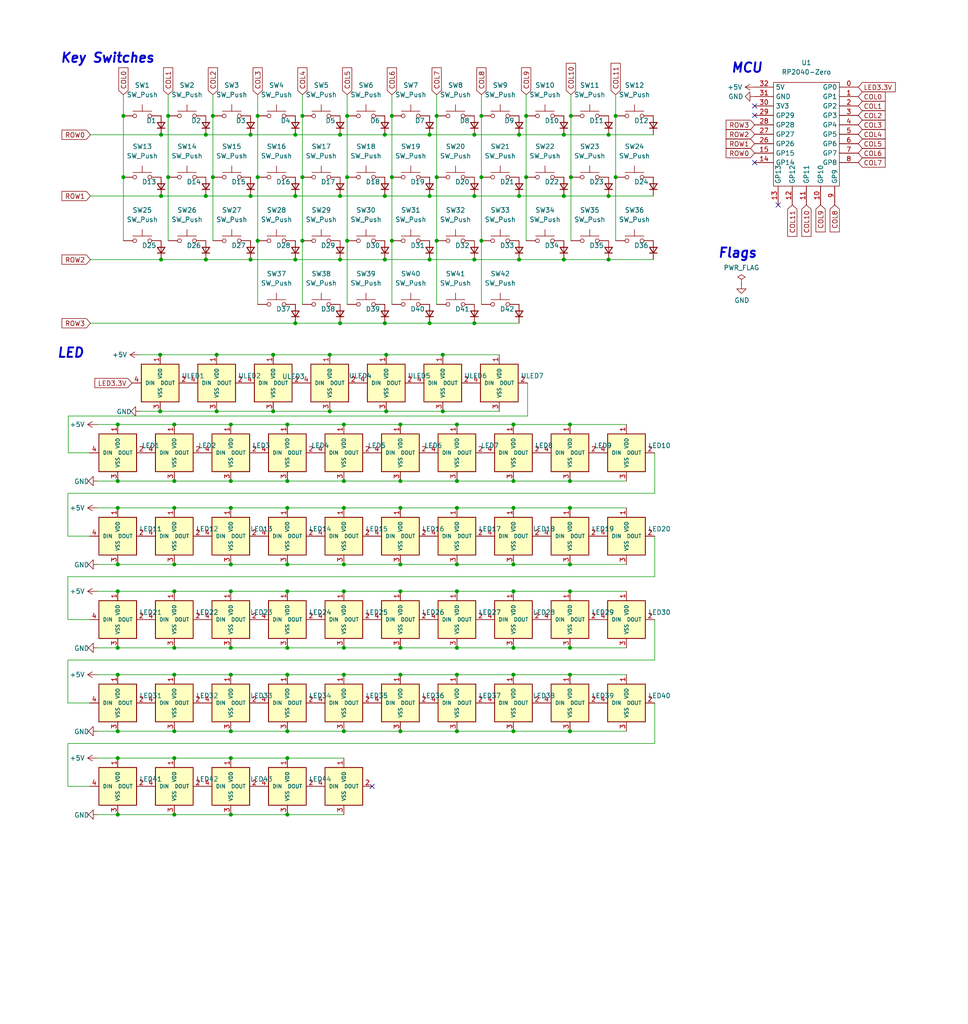
<source format=kicad_sch>
(kicad_sch (version 20231120) (generator "eeschema") (generator_version "8.0")
  (paper "User" 260.985 275.996)
  (junction (at 43.434 52.832))
  (junction (at 67.564 52.832))
  (junction (at 123.19 174.625))
  (junction (at 92.71 159.385))
  (junction (at 115.824 69.977))
  (junction (at 119.38 95.631))
  (junction (at 69.469 64.897))
  (junction (at 123.19 181.864))
  (junction (at 138.43 152.146))
  (junction (at 103.759 52.832))
  (junction (at 138.43 136.906))
  (junction (at 77.47 159.385))
  (junction (at 62.23 136.906))
  (junction (at 79.629 87.122))
  (junction (at 73.66 95.631))
  (junction (at 62.23 219.583))
  (junction (at 138.43 181.864))
  (junction (at 92.71 181.864))
  (junction (at 141.859 47.752))
  (junction (at 43.18 110.871))
  (junction (at 43.18 95.631))
  (junction (at 77.47 174.625))
  (junction (at 127.889 36.322))
  (junction (at 79.629 36.322))
  (junction (at 31.75 159.385))
  (junction (at 31.75 136.906))
  (junction (at 123.19 197.104))
  (junction (at 92.71 129.667))
  (junction (at 46.99 129.667))
  (junction (at 33.274 31.242))
  (junction (at 92.71 197.104))
  (junction (at 164.084 52.832))
  (junction (at 46.99 181.864))
  (junction (at 62.23 197.104))
  (junction (at 93.599 47.752))
  (junction (at 46.99 114.427))
  (junction (at 81.534 64.897))
  (junction (at 152.019 52.832))
  (junction (at 62.23 181.864))
  (junction (at 77.47 152.146))
  (junction (at 43.434 36.322))
  (junction (at 153.67 114.427))
  (junction (at 123.19 152.146))
  (junction (at 127.889 87.122))
  (junction (at 31.75 219.583))
  (junction (at 153.67 129.667))
  (junction (at 46.99 136.906))
  (junction (at 123.19 129.667))
  (junction (at 57.404 31.242))
  (junction (at 153.924 47.752))
  (junction (at 77.47 204.343))
  (junction (at 127.889 69.977))
  (junction (at 91.694 52.832))
  (junction (at 152.019 69.977))
  (junction (at 123.19 159.385))
  (junction (at 153.67 136.906))
  (junction (at 107.95 181.864))
  (junction (at 139.954 52.832))
  (junction (at 79.629 69.977))
  (junction (at 104.14 95.631))
  (junction (at 91.694 69.977))
  (junction (at 55.499 69.977))
  (junction (at 104.14 110.871))
  (junction (at 153.67 197.104))
  (junction (at 69.469 31.242))
  (junction (at 138.43 197.104))
  (junction (at 77.47 129.667))
  (junction (at 92.71 136.906))
  (junction (at 62.23 114.427))
  (junction (at 77.47 114.427))
  (junction (at 127.889 52.832))
  (junction (at 115.824 52.832))
  (junction (at 105.664 64.897))
  (junction (at 138.43 129.667))
  (junction (at 103.759 87.122))
  (junction (at 138.43 114.427))
  (junction (at 107.95 159.385))
  (junction (at 107.95 136.906))
  (junction (at 77.47 197.104))
  (junction (at 31.75 181.864))
  (junction (at 164.084 36.322))
  (junction (at 103.759 36.322))
  (junction (at 117.729 31.242))
  (junction (at 107.95 174.625))
  (junction (at 117.729 64.897))
  (junction (at 105.664 31.242))
  (junction (at 93.599 31.242))
  (junction (at 62.23 174.625))
  (junction (at 31.75 174.625))
  (junction (at 165.989 31.242))
  (junction (at 152.019 36.322))
  (junction (at 77.47 136.906))
  (junction (at 46.99 159.385))
  (junction (at 45.339 31.242))
  (junction (at 88.9 110.871))
  (junction (at 62.23 159.385))
  (junction (at 105.664 47.752))
  (junction (at 92.71 174.625))
  (junction (at 46.99 204.343))
  (junction (at 46.99 219.583))
  (junction (at 153.924 31.242))
  (junction (at 62.23 152.146))
  (junction (at 129.794 64.897))
  (junction (at 33.274 47.752))
  (junction (at 164.084 69.977))
  (junction (at 46.99 174.625))
  (junction (at 119.38 110.871))
  (junction (at 31.75 152.146))
  (junction (at 107.95 152.146))
  (junction (at 115.824 87.122))
  (junction (at 31.75 197.104))
  (junction (at 57.404 47.752))
  (junction (at 73.66 110.871))
  (junction (at 138.43 174.625))
  (junction (at 43.434 69.977))
  (junction (at 55.499 52.832))
  (junction (at 141.859 31.242))
  (junction (at 93.599 64.897))
  (junction (at 115.824 36.322))
  (junction (at 91.694 87.122))
  (junction (at 107.95 114.427))
  (junction (at 153.67 152.146))
  (junction (at 62.23 204.343))
  (junction (at 92.71 114.427))
  (junction (at 77.47 219.583))
  (junction (at 103.759 69.977))
  (junction (at 31.75 114.427))
  (junction (at 153.67 159.385))
  (junction (at 153.67 181.864))
  (junction (at 139.954 36.322))
  (junction (at 91.694 36.322))
  (junction (at 67.564 69.977))
  (junction (at 153.67 174.625))
  (junction (at 107.95 129.667))
  (junction (at 55.499 36.322))
  (junction (at 139.954 69.977))
  (junction (at 138.43 159.385))
  (junction (at 79.629 52.832))
  (junction (at 92.71 152.146))
  (junction (at 58.42 95.631))
  (junction (at 69.469 47.752))
  (junction (at 46.99 152.146))
  (junction (at 45.339 47.752))
  (junction (at 107.95 197.104))
  (junction (at 62.23 129.667))
  (junction (at 31.75 204.343))
  (junction (at 77.47 181.864))
  (junction (at 123.19 136.906))
  (junction (at 123.19 114.427))
  (junction (at 165.989 47.752))
  (junction (at 81.534 31.242))
  (junction (at 58.42 110.871))
  (junction (at 46.99 197.104))
  (junction (at 81.534 47.752))
  (junction (at 31.75 129.667))
  (junction (at 129.794 31.242))
  (junction (at 67.564 36.322))
  (junction (at 117.729 47.752))
  (junction (at 88.9 95.631))
  (junction (at 129.794 47.752))
  (no_connect (at 203.454 28.575))
  (no_connect (at 100.33 211.963))
  (no_connect (at 203.454 43.815))
  (no_connect (at 203.454 31.115))
  (no_connect (at 209.804 55.245))
  (wire (pts (xy 62.23 204.343) (xy 77.47 204.343)))
  (wire (pts (xy 129.794 47.752) (xy 129.794 64.897)))
  (wire (pts (xy 153.67 114.427) (xy 168.91 114.427)))
  (wire (pts (xy 141.859 31.242) (xy 141.859 47.752)))
  (wire (pts (xy 43.434 36.322) (xy 55.499 36.322)))
  (wire (pts (xy 88.9 95.631) (xy 104.14 95.631)))
  (wire (pts (xy 31.75 136.906) (xy 46.99 136.906)))
  (wire (pts (xy 31.75 174.625) (xy 46.99 174.625)))
  (wire (pts (xy 153.67 181.864) (xy 168.91 181.864)))
  (wire (pts (xy 18.415 122.047) (xy 24.13 122.047)))
  (wire (pts (xy 92.71 159.385) (xy 107.95 159.385)))
  (wire (pts (xy 105.664 47.752) (xy 105.664 64.897)))
  (wire (pts (xy 55.499 52.832) (xy 67.564 52.832)))
  (wire (pts (xy 153.67 174.625) (xy 168.91 174.625)))
  (wire (pts (xy 153.67 152.146) (xy 168.91 152.146)))
  (wire (pts (xy 73.66 110.871) (xy 88.9 110.871)))
  (wire (pts (xy 107.95 174.625) (xy 123.19 174.625)))
  (wire (pts (xy 93.599 25.527) (xy 93.599 31.242)))
  (wire (pts (xy 43.18 95.631) (xy 58.42 95.631)))
  (wire (pts (xy 57.404 25.527) (xy 57.404 31.242)))
  (wire (pts (xy 58.42 95.631) (xy 73.66 95.631)))
  (wire (pts (xy 176.53 167.005) (xy 176.53 177.927)))
  (wire (pts (xy 43.18 110.871) (xy 58.42 110.871)))
  (wire (pts (xy 139.954 52.832) (xy 152.019 52.832)))
  (wire (pts (xy 88.9 110.871) (xy 104.14 110.871)))
  (wire (pts (xy 18.288 167.005) (xy 24.13 167.005)))
  (wire (pts (xy 31.75 152.146) (xy 46.99 152.146)))
  (wire (pts (xy 26.416 174.625) (xy 31.75 174.625)))
  (wire (pts (xy 46.99 136.906) (xy 62.23 136.906)))
  (wire (pts (xy 92.71 136.906) (xy 107.95 136.906)))
  (wire (pts (xy 107.95 152.146) (xy 123.19 152.146)))
  (wire (pts (xy 24.384 52.832) (xy 43.434 52.832)))
  (wire (pts (xy 165.989 47.752) (xy 165.989 64.897)))
  (wire (pts (xy 67.564 36.322) (xy 79.629 36.322)))
  (wire (pts (xy 123.19 197.104) (xy 138.43 197.104)))
  (wire (pts (xy 107.95 136.906) (xy 123.19 136.906)))
  (wire (pts (xy 55.499 36.322) (xy 67.564 36.322)))
  (wire (pts (xy 18.288 189.484) (xy 24.13 189.484)))
  (wire (pts (xy 107.95 159.385) (xy 123.19 159.385)))
  (wire (pts (xy 117.729 47.752) (xy 117.729 64.897)))
  (wire (pts (xy 33.274 47.752) (xy 33.274 64.897)))
  (wire (pts (xy 115.824 36.322) (xy 127.889 36.322)))
  (wire (pts (xy 123.19 159.385) (xy 138.43 159.385)))
  (wire (pts (xy 46.99 219.583) (xy 62.23 219.583)))
  (wire (pts (xy 26.162 204.343) (xy 31.75 204.343)))
  (wire (pts (xy 26.416 197.104) (xy 31.75 197.104)))
  (wire (pts (xy 46.99 159.385) (xy 62.23 159.385)))
  (wire (pts (xy 176.53 155.448) (xy 18.288 155.448)))
  (wire (pts (xy 119.38 110.871) (xy 134.62 110.871)))
  (wire (pts (xy 31.75 159.385) (xy 46.99 159.385)))
  (wire (pts (xy 176.53 189.484) (xy 176.53 200.406)))
  (wire (pts (xy 79.629 52.832) (xy 91.694 52.832)))
  (wire (pts (xy 31.75 197.104) (xy 46.99 197.104)))
  (wire (pts (xy 77.47 181.864) (xy 92.71 181.864)))
  (wire (pts (xy 103.759 36.322) (xy 115.824 36.322)))
  (wire (pts (xy 69.469 47.752) (xy 69.469 64.897)))
  (wire (pts (xy 81.534 31.242) (xy 81.534 47.752)))
  (wire (pts (xy 18.288 211.963) (xy 24.13 211.963)))
  (wire (pts (xy 176.53 132.969) (xy 18.288 132.969)))
  (wire (pts (xy 18.288 132.969) (xy 18.288 144.526)))
  (wire (pts (xy 77.47 197.104) (xy 92.71 197.104)))
  (wire (pts (xy 46.99 152.146) (xy 62.23 152.146)))
  (wire (pts (xy 127.889 52.832) (xy 139.954 52.832)))
  (wire (pts (xy 91.694 69.977) (xy 103.759 69.977)))
  (wire (pts (xy 18.288 189.484) (xy 18.288 177.927)))
  (wire (pts (xy 46.99 204.343) (xy 62.23 204.343)))
  (wire (pts (xy 77.47 114.427) (xy 92.71 114.427)))
  (wire (pts (xy 91.694 52.832) (xy 103.759 52.832)))
  (wire (pts (xy 115.824 52.832) (xy 127.889 52.832)))
  (wire (pts (xy 18.288 167.005) (xy 18.288 155.448)))
  (wire (pts (xy 31.75 181.864) (xy 46.99 181.864)))
  (wire (pts (xy 123.19 174.625) (xy 138.43 174.625)))
  (wire (pts (xy 127.889 69.977) (xy 139.954 69.977)))
  (wire (pts (xy 67.564 69.977) (xy 79.629 69.977)))
  (wire (pts (xy 176.53 177.927) (xy 18.288 177.927)))
  (wire (pts (xy 139.954 36.322) (xy 152.019 36.322)))
  (wire (pts (xy 62.23 152.146) (xy 77.47 152.146)))
  (wire (pts (xy 141.859 25.527) (xy 141.859 31.242)))
  (wire (pts (xy 77.47 129.667) (xy 92.71 129.667)))
  (wire (pts (xy 77.47 219.583) (xy 92.71 219.583)))
  (wire (pts (xy 152.019 69.977) (xy 164.084 69.977)))
  (wire (pts (xy 153.924 25.527) (xy 153.924 31.242)))
  (wire (pts (xy 79.629 87.122) (xy 91.694 87.122)))
  (wire (pts (xy 77.47 159.385) (xy 92.71 159.385)))
  (wire (pts (xy 62.23 114.427) (xy 77.47 114.427)))
  (wire (pts (xy 62.23 129.667) (xy 77.47 129.667)))
  (wire (pts (xy 62.23 136.906) (xy 77.47 136.906)))
  (wire (pts (xy 104.14 95.631) (xy 119.38 95.631)))
  (wire (pts (xy 176.53 122.047) (xy 176.53 132.969)))
  (wire (pts (xy 123.19 181.864) (xy 138.43 181.864)))
  (wire (pts (xy 117.729 64.897) (xy 117.729 82.042)))
  (wire (pts (xy 33.274 25.527) (xy 33.274 31.242)))
  (wire (pts (xy 138.43 114.427) (xy 153.67 114.427)))
  (wire (pts (xy 43.434 69.977) (xy 55.499 69.977)))
  (wire (pts (xy 91.694 36.322) (xy 103.759 36.322)))
  (wire (pts (xy 46.99 174.625) (xy 62.23 174.625)))
  (wire (pts (xy 176.53 200.406) (xy 18.288 200.406)))
  (wire (pts (xy 43.434 52.832) (xy 55.499 52.832)))
  (wire (pts (xy 62.23 219.583) (xy 77.47 219.583)))
  (wire (pts (xy 93.599 47.752) (xy 93.599 64.897)))
  (wire (pts (xy 33.274 31.242) (xy 33.274 47.752)))
  (wire (pts (xy 141.859 47.752) (xy 141.859 64.897)))
  (wire (pts (xy 142.24 103.251) (xy 142.24 112.141)))
  (wire (pts (xy 92.71 152.146) (xy 107.95 152.146)))
  (wire (pts (xy 123.19 136.906) (xy 138.43 136.906)))
  (wire (pts (xy 176.53 144.526) (xy 176.53 155.448)))
  (wire (pts (xy 24.384 87.122) (xy 79.629 87.122)))
  (wire (pts (xy 123.19 129.667) (xy 138.43 129.667)))
  (wire (pts (xy 129.794 31.242) (xy 129.794 47.752)))
  (wire (pts (xy 127.889 87.122) (xy 139.954 87.122)))
  (wire (pts (xy 138.43 129.667) (xy 153.67 129.667)))
  (wire (pts (xy 58.42 110.871) (xy 73.66 110.871)))
  (wire (pts (xy 153.67 129.667) (xy 168.91 129.667)))
  (wire (pts (xy 127.889 36.322) (xy 139.954 36.322)))
  (wire (pts (xy 138.43 152.146) (xy 153.67 152.146)))
  (wire (pts (xy 62.23 159.385) (xy 77.47 159.385)))
  (wire (pts (xy 139.954 69.977) (xy 152.019 69.977)))
  (wire (pts (xy 81.534 64.897) (xy 81.534 82.042)))
  (wire (pts (xy 18.415 112.141) (xy 142.24 112.141)))
  (wire (pts (xy 67.564 52.832) (xy 79.629 52.832)))
  (wire (pts (xy 103.759 87.122) (xy 115.824 87.122)))
  (wire (pts (xy 119.38 95.631) (xy 134.62 95.631)))
  (wire (pts (xy 31.75 204.343) (xy 46.99 204.343)))
  (wire (pts (xy 46.99 197.104) (xy 62.23 197.104)))
  (wire (pts (xy 18.288 211.963) (xy 18.288 200.406)))
  (wire (pts (xy 62.23 181.864) (xy 77.47 181.864)))
  (wire (pts (xy 107.95 114.427) (xy 123.19 114.427)))
  (wire (pts (xy 46.99 129.667) (xy 62.23 129.667)))
  (wire (pts (xy 69.469 25.527) (xy 69.469 31.242)))
  (wire (pts (xy 37.592 95.631) (xy 43.18 95.631)))
  (wire (pts (xy 79.629 69.977) (xy 91.694 69.977)))
  (wire (pts (xy 105.664 64.897) (xy 105.664 82.042)))
  (wire (pts (xy 24.384 69.977) (xy 43.434 69.977)))
  (wire (pts (xy 24.384 36.322) (xy 43.434 36.322)))
  (wire (pts (xy 77.47 174.625) (xy 92.71 174.625)))
  (wire (pts (xy 107.95 197.104) (xy 123.19 197.104)))
  (wire (pts (xy 153.924 47.752) (xy 153.924 64.897)))
  (wire (pts (xy 45.339 25.527) (xy 45.339 31.242)))
  (wire (pts (xy 104.14 110.871) (xy 119.38 110.871)))
  (wire (pts (xy 45.339 31.242) (xy 45.339 47.752)))
  (wire (pts (xy 92.71 114.427) (xy 107.95 114.427)))
  (wire (pts (xy 69.469 31.242) (xy 69.469 47.752)))
  (wire (pts (xy 138.43 181.864) (xy 153.67 181.864)))
  (wire (pts (xy 18.415 112.141) (xy 18.415 122.047)))
  (wire (pts (xy 45.339 47.752) (xy 45.339 64.897)))
  (wire (pts (xy 117.729 31.242) (xy 117.729 47.752)))
  (wire (pts (xy 46.99 181.864) (xy 62.23 181.864)))
  (wire (pts (xy 152.019 36.322) (xy 164.084 36.322)))
  (wire (pts (xy 26.416 129.667) (xy 31.75 129.667)))
  (wire (pts (xy 81.534 25.527) (xy 81.534 31.242)))
  (wire (pts (xy 103.759 52.832) (xy 115.824 52.832)))
  (wire (pts (xy 164.084 69.977) (xy 176.149 69.977)))
  (wire (pts (xy 153.67 159.385) (xy 168.91 159.385)))
  (wire (pts (xy 107.95 181.864) (xy 123.19 181.864)))
  (wire (pts (xy 129.794 25.527) (xy 129.794 31.242)))
  (wire (pts (xy 77.47 136.906) (xy 92.71 136.906)))
  (wire (pts (xy 123.19 152.146) (xy 138.43 152.146)))
  (wire (pts (xy 165.989 25.527) (xy 165.989 31.242)))
  (wire (pts (xy 26.162 181.864) (xy 31.75 181.864)))
  (wire (pts (xy 62.23 174.625) (xy 77.47 174.625)))
  (wire (pts (xy 81.534 47.752) (xy 81.534 64.897)))
  (wire (pts (xy 57.404 47.752) (xy 57.404 64.897)))
  (wire (pts (xy 164.084 36.322) (xy 176.149 36.322)))
  (wire (pts (xy 37.846 110.871) (xy 43.18 110.871)))
  (wire (pts (xy 92.71 181.864) (xy 107.95 181.864)))
  (wire (pts (xy 26.162 136.906) (xy 31.75 136.906)))
  (wire (pts (xy 153.67 197.104) (xy 168.91 197.104)))
  (wire (pts (xy 153.67 136.906) (xy 168.91 136.906)))
  (wire (pts (xy 26.416 152.146) (xy 31.75 152.146)))
  (wire (pts (xy 93.599 64.897) (xy 93.599 82.042)))
  (wire (pts (xy 77.47 152.146) (xy 92.71 152.146)))
  (wire (pts (xy 91.694 87.122) (xy 103.759 87.122)))
  (wire (pts (xy 93.599 31.242) (xy 93.599 47.752)))
  (wire (pts (xy 79.629 36.322) (xy 91.694 36.322)))
  (wire (pts (xy 123.19 114.427) (xy 138.43 114.427)))
  (wire (pts (xy 55.499 69.977) (xy 67.564 69.977)))
  (wire (pts (xy 26.162 114.427) (xy 31.75 114.427)))
  (wire (pts (xy 165.989 31.242) (xy 165.989 47.752)))
  (wire (pts (xy 31.75 219.583) (xy 46.99 219.583)))
  (wire (pts (xy 107.95 129.667) (xy 123.19 129.667)))
  (wire (pts (xy 92.71 129.667) (xy 107.95 129.667)))
  (wire (pts (xy 164.084 52.832) (xy 176.149 52.832)))
  (wire (pts (xy 57.404 31.242) (xy 57.404 47.752)))
  (wire (pts (xy 117.729 25.527) (xy 117.729 31.242)))
  (wire (pts (xy 26.162 159.385) (xy 31.75 159.385)))
  (wire (pts (xy 138.43 159.385) (xy 153.67 159.385)))
  (wire (pts (xy 62.23 197.104) (xy 77.47 197.104)))
  (wire (pts (xy 138.43 136.906) (xy 153.67 136.906)))
  (wire (pts (xy 73.66 95.631) (xy 88.9 95.631)))
  (wire (pts (xy 69.469 64.897) (xy 69.469 82.042)))
  (wire (pts (xy 115.824 69.977) (xy 127.889 69.977)))
  (wire (pts (xy 31.75 114.427) (xy 46.99 114.427)))
  (wire (pts (xy 105.664 31.242) (xy 105.664 47.752)))
  (wire (pts (xy 31.75 129.667) (xy 46.99 129.667)))
  (wire (pts (xy 138.43 197.104) (xy 153.67 197.104)))
  (wire (pts (xy 92.71 174.625) (xy 107.95 174.625)))
  (wire (pts (xy 77.47 204.343) (xy 92.71 204.343)))
  (wire (pts (xy 105.664 25.527) (xy 105.664 31.242)))
  (wire (pts (xy 138.43 174.625) (xy 153.67 174.625)))
  (wire (pts (xy 115.824 87.122) (xy 127.889 87.122)))
  (wire (pts (xy 46.99 114.427) (xy 62.23 114.427)))
  (wire (pts (xy 129.794 64.897) (xy 129.794 82.042)))
  (wire (pts (xy 153.924 31.242) (xy 153.924 47.752)))
  (wire (pts (xy 18.288 144.526) (xy 24.13 144.526)))
  (wire (pts (xy 92.71 197.104) (xy 107.95 197.104)))
  (wire (pts (xy 152.019 52.832) (xy 164.084 52.832)))
  (wire (pts (xy 26.416 219.583) (xy 31.75 219.583)))
  (wire (pts (xy 103.759 69.977) (xy 115.824 69.977)))
  (text "MCU" (at 196.977 19.939 0) (effects (font (size 2.54 2.54) (thickness 0.508) (bold yes) (italic yes)) (justify left bottom)))
  (text "LED" (at 15.24 96.774 0) (effects (font (size 2.54 2.54) (thickness 0.508) (bold yes) (italic yes)) (justify left bottom)))
  (text "Flags" (at 193.421 69.85 0) (effects (font (size 2.54 2.54) (thickness 0.508) (bold yes) (italic yes)) (justify left bottom)))
  (text "Key Switches" (at 16.129 17.272 0) (effects (font (size 2.54 2.54) (thickness 0.508) (bold yes) (italic yes)) (justify left bottom)))
  (global_label "ROW0" (shape input) (at 203.454 41.275 180) (property "Intersheetrefs" "${INTERSHEET_REFS}" (effects (hide yes))))
  (global_label "COL3" (shape input) (at 69.469 25.527 90) (property "Intersheetrefs" "${INTERSHEET_REFS}" (effects (hide yes))))
  (global_label "COL10" (shape input) (at 153.924 25.527 90) (property "Intersheetrefs" "${INTERSHEET_REFS}" (effects (hide yes))))
  (global_label "ROW1" (shape input) (at 24.384 52.832 180) (property "Intersheetrefs" "${INTERSHEET_REFS}" (effects (hide yes))))
  (global_label "COL4" (shape input) (at 81.534 25.527 90) (property "Intersheetrefs" "${INTERSHEET_REFS}" (effects (hide yes))))
  (global_label "COL5" (shape input) (at 93.599 25.527 90) (property "Intersheetrefs" "${INTERSHEET_REFS}" (effects (hide yes))))
  (global_label "COL9" (shape input) (at 221.234 55.245 270) (property "Intersheetrefs" "${INTERSHEET_REFS}" (effects (hide yes))))
  (global_label "LED3.3V" (shape input) (at 35.56 103.251 180) (property "Intersheetrefs" "${INTERSHEET_REFS}" (effects (hide yes))) (property "シート間のリファレンス" "${INTERSHEET_REFS}" (effects (hide yes))))
  (global_label "COL2" (shape input) (at 57.404 25.527 90) (property "Intersheetrefs" "${INTERSHEET_REFS}" (effects (hide yes))))
  (global_label "COL2" (shape input) (at 231.394 31.115 0) (property "Intersheetrefs" "${INTERSHEET_REFS}" (effects (hide yes))))
  (global_label "COL10" (shape input) (at 217.424 55.245 270) (property "Intersheetrefs" "${INTERSHEET_REFS}" (effects (hide yes))))
  (global_label "COL5" (shape input) (at 231.394 38.735 0) (property "Intersheetrefs" "${INTERSHEET_REFS}" (effects (hide yes))))
  (global_label "COL0" (shape input) (at 33.274 25.527 90) (property "Intersheetrefs" "${INTERSHEET_REFS}" (effects (hide yes))))
  (global_label "COL4" (shape input) (at 231.394 36.195 0) (property "Intersheetrefs" "${INTERSHEET_REFS}" (effects (hide yes))))
  (global_label "COL8" (shape input) (at 225.044 55.245 270) (property "Intersheetrefs" "${INTERSHEET_REFS}" (effects (hide yes))))
  (global_label "ROW2" (shape input) (at 203.454 36.195 180) (property "Intersheetrefs" "${INTERSHEET_REFS}" (effects (hide yes))))
  (global_label "COL11" (shape input) (at 165.989 25.527 90) (property "Intersheetrefs" "${INTERSHEET_REFS}" (effects (hide yes))))
  (global_label "COL3" (shape input) (at 231.394 33.655 0) (property "Intersheetrefs" "${INTERSHEET_REFS}" (effects (hide yes))))
  (global_label "COL8" (shape input) (at 129.794 25.527 90) (property "Intersheetrefs" "${INTERSHEET_REFS}" (effects (hide yes))))
  (global_label "ROW0" (shape input) (at 24.384 36.322 180) (property "Intersheetrefs" "${INTERSHEET_REFS}" (effects (hide yes))))
  (global_label "ROW1" (shape input) (at 203.454 38.735 180) (property "Intersheetrefs" "${INTERSHEET_REFS}" (effects (hide yes))))
  (global_label "LED3.3V" (shape input) (at 231.394 23.495 0) (property "Intersheetrefs" "${INTERSHEET_REFS}" (effects (hide yes))) (property "シート間のリファレンス" "${INTERSHEET_REFS}" (effects (hide yes))))
  (global_label "COL6" (shape input) (at 105.664 25.527 90) (property "Intersheetrefs" "${INTERSHEET_REFS}" (effects (hide yes))))
  (global_label "COL9" (shape input) (at 141.859 25.527 90) (property "Intersheetrefs" "${INTERSHEET_REFS}" (effects (hide yes))))
  (global_label "COL1" (shape input) (at 231.394 28.575 0) (property "Intersheetrefs" "${INTERSHEET_REFS}" (effects (hide yes))))
  (global_label "ROW3" (shape input) (at 203.454 33.655 180) (property "Intersheetrefs" "${INTERSHEET_REFS}" (effects (hide yes))))
  (global_label "ROW2" (shape input) (at 24.384 69.977 180) (property "Intersheetrefs" "${INTERSHEET_REFS}" (effects (hide yes))))
  (global_label "COL7" (shape input) (at 117.729 25.527 90) (property "Intersheetrefs" "${INTERSHEET_REFS}" (effects (hide yes))))
  (global_label "COL6" (shape input) (at 231.394 41.275 0) (property "Intersheetrefs" "${INTERSHEET_REFS}" (effects (hide yes))))
  (global_label "COL11" (shape input) (at 213.614 55.245 270) (property "Intersheetrefs" "${INTERSHEET_REFS}" (effects (hide yes))))
  (global_label "COL7" (shape input) (at 231.394 43.815 0) (property "Intersheetrefs" "${INTERSHEET_REFS}" (effects (hide yes))))
  (global_label "COL0" (shape input) (at 231.394 26.035 0) (property "Intersheetrefs" "${INTERSHEET_REFS}" (effects (hide yes))))
  (global_label "ROW3" (shape input) (at 24.384 87.122 180) (property "Intersheetrefs" "${INTERSHEET_REFS}" (effects (hide yes))))
  (global_label "COL1" (shape input) (at 45.339 25.527 90) (property "Intersheetrefs" "${INTERSHEET_REFS}" (effects (hide yes))))
  (symbol (lib_id "Noraneko:SK6812MINI-E") (at 46.99 144.526 0) (unit 1)
    (property "Reference" "LED12" (at 55.88 142.5816 0))
    (property "Value" "SK6812MINI-E" (effects (hide yes)))
    (property "Footprint" "Noraneko:SK6812MINI-E" (effects (hide yes)))
  )
  (symbol (lib_id "Device:D_Small") (at 103.759 84.582 90) (unit 1)
    (property "Reference" "D39" (at 102.489 83.312 90) (effects (justify left)))
    (property "Value" "D" (effects (hide yes)))
    (property "Footprint" "Noraneko:1N4148W" (effects (hide yes)))
    (property "LCSC" "C81598" (effects (hide yes)))
    (property "Sim.Device" "D" (effects (hide yes)))
    (property "Sim.Pins" "1=K 2=A" (effects (hide yes)))
  )
  (symbol (lib_id "Device:D_Small") (at 139.954 84.582 90) (unit 1)
    (property "Reference" "D42" (at 138.684 83.312 90) (effects (justify left)))
    (property "Value" "D" (effects (hide yes)))
    (property "Footprint" "Noraneko:1N4148W" (effects (hide yes)))
    (property "LCSC" "C81598" (effects (hide yes)))
    (property "Sim.Device" "D" (effects (hide yes)))
    (property "Sim.Pins" "1=K 2=A" (effects (hide yes)))
  )
  (symbol (lib_id "Switch:SW_Push") (at 74.549 64.897 0) (unit 1)
    (property "Reference" "SW28" (at 74.549 56.642 0))
    (property "Value" "SW_Push" (at 74.549 59.182 0))
    (property "Footprint" "Noraneko:MX_Socket" (effects (hide yes)))
  )
  (symbol (lib_id "Switch:SW_Push") (at 50.419 47.752 0) (unit 1)
    (property "Reference" "SW14" (at 50.419 39.497 0))
    (property "Value" "SW_Push" (at 50.419 42.037 0))
    (property "Footprint" "Noraneko:MX_Socket" (effects (hide yes)))
  )
  (symbol (lib_id "Noraneko:SK6812MINI-E") (at 46.99 122.047 0) (unit 1)
    (property "Reference" "LED2" (at 55.88 120.1026 0))
    (property "Value" "SK6812MINI-E" (effects (hide yes)))
    (property "Footprint" "Noraneko:SK6812MINI-E" (effects (hide yes)))
  )
  (symbol (lib_id "Noraneko:SK6812MINI-E") (at 104.14 103.251 0) (unit 1)
    (property "Reference" "ULED5" (at 113.03 101.3066 0))
    (property "Value" "WS2812B" (effects (hide yes)))
    (property "Footprint" "Noraneko:WS2812B_PLCC4_5.0x5.0mm" (effects (hide yes)))
    (property "LCSC" "C2843785" (effects (hide yes)))
  )
  (symbol (lib_id "Switch:SW_Push") (at 122.809 64.897 0) (unit 1)
    (property "Reference" "SW32" (at 122.809 56.642 0))
    (property "Value" "SW_Push" (at 122.809 59.182 0))
    (property "Footprint" "Noraneko:MX_Socket" (effects (hide yes)))
  )
  (symbol (lib_id "Noraneko:SK6812MINI-E") (at 107.95 189.484 0) (unit 1)
    (property "Reference" "LED36" (at 116.84 187.5396 0))
    (property "Value" "SK6812MINI-E" (effects (hide yes)))
    (property "Footprint" "Noraneko:SK6812MINI-E" (effects (hide yes)))
  )
  (symbol (lib_id "Noraneko:SK6812MINI-E") (at 77.47 122.047 0) (unit 1)
    (property "Reference" "LED4" (at 86.36 120.1026 0))
    (property "Value" "SK6812MINI-E" (effects (hide yes)))
    (property "Footprint" "Noraneko:SK6812MINI-E" (effects (hide yes)))
  )
  (symbol (lib_id "Noraneko:SK6812MINI-E") (at 123.19 144.526 0) (unit 1)
    (property "Reference" "LED17" (at 132.08 142.5816 0))
    (property "Value" "SK6812MINI-E" (effects (hide yes)))
    (property "Footprint" "Noraneko:SK6812MINI-E" (effects (hide yes)))
  )
  (symbol (lib_id "Noraneko:SK6812MINI-E") (at 92.71 189.484 0) (unit 1)
    (property "Reference" "LED35" (at 101.6 187.5396 0))
    (property "Value" "SK6812MINI-E" (effects (hide yes)))
    (property "Footprint" "Noraneko:SK6812MINI-E" (effects (hide yes)))
  )
  (symbol (lib_id "Noraneko:SK6812MINI-E") (at 168.91 189.484 0) (unit 1)
    (property "Reference" "LED40" (at 177.8 187.5396 0))
    (property "Value" "SK6812MINI-E" (effects (hide yes)))
    (property "Footprint" "Noraneko:SK6812MINI-E" (effects (hide yes)))
  )
  (symbol (lib_id "Switch:SW_Push") (at 171.069 31.242 0) (unit 1)
    (property "Reference" "SW12" (at 171.069 22.987 0))
    (property "Value" "SW_Push" (at 171.069 25.527 0))
    (property "Footprint" "Noraneko:MX_Socket" (effects (hide yes)))
  )
  (symbol (lib_id "Switch:SW_Push") (at 74.549 82.042 0) (unit 1)
    (property "Reference" "SW37" (at 74.549 73.787 0))
    (property "Value" "SW_Push" (at 74.549 76.327 0))
    (property "Footprint" "Noraneko:MX_Socket" (effects (hide yes)))
  )
  (symbol (lib_id "power:GND") (at 26.416 129.667 270) (unit 1)
    (property "Reference" "#PWR08" (effects (hide yes)))
    (property "Value" "GND" (at 22.0218 129.794 90))
  )
  (symbol (lib_id "Switch:SW_Push") (at 50.419 64.897 0) (unit 1)
    (property "Reference" "SW26" (at 50.419 56.642 0))
    (property "Value" "SW_Push" (at 50.419 59.182 0))
    (property "Footprint" "Noraneko:MX_Socket" (effects (hide yes)))
  )
  (symbol (lib_id "Noraneko:SK6812MINI-E") (at 92.71 167.005 0) (unit 1)
    (property "Reference" "LED25" (at 101.6 165.0606 0))
    (property "Value" "SK6812MINI-E" (effects (hide yes)))
    (property "Footprint" "Noraneko:SK6812MINI-E" (effects (hide yes)))
  )
  (symbol (lib_id "Switch:SW_Push") (at 38.354 47.752 0) (unit 1)
    (property "Reference" "SW13" (at 38.354 39.497 0))
    (property "Value" "SW_Push" (at 38.354 42.037 0))
    (property "Footprint" "Noraneko:MX_Socket" (effects (hide yes)))
  )
  (symbol (lib_id "Noraneko:SK6812MINI-E") (at 77.47 189.484 0) (unit 1)
    (property "Reference" "LED34" (at 86.36 187.5396 0))
    (property "Value" "SK6812MINI-E" (effects (hide yes)))
    (property "Footprint" "Noraneko:SK6812MINI-E" (effects (hide yes)))
  )
  (symbol (lib_id "Device:D_Small") (at 176.149 33.782 90) (unit 1)
    (property "Reference" "D12" (at 174.879 32.512 90) (effects (justify left)))
    (property "Value" "D" (effects (hide yes)))
    (property "Footprint" "Noraneko:1N4148W" (effects (hide yes)))
    (property "LCSC" "C81598" (effects (hide yes)))
    (property "Sim.Device" "D" (effects (hide yes)))
    (property "Sim.Pins" "1=K 2=A" (effects (hide yes)))
  )
  (symbol (lib_id "Device:D_Small") (at 164.084 67.437 90) (unit 1)
    (property "Reference" "D35" (at 162.814 66.167 90) (effects (justify left)))
    (property "Value" "D" (effects (hide yes)))
    (property "Footprint" "Noraneko:1N4148W" (effects (hide yes)))
    (property "LCSC" "C81598" (effects (hide yes)))
    (property "Sim.Device" "D" (effects (hide yes)))
    (property "Sim.Pins" "1=K 2=A" (effects (hide yes)))
  )
  (symbol (lib_id "Noraneko:SK6812MINI-E") (at 62.23 189.484 0) (unit 1)
    (property "Reference" "LED33" (at 70.485 187.5396 0))
    (property "Value" "SK6812MINI-E" (effects (hide yes)))
    (property "Footprint" "Noraneko:SK6812MINI-E" (effects (hide yes)))
  )
  (symbol (lib_id "Device:D_Small") (at 176.149 67.437 90) (unit 1)
    (property "Reference" "D36" (at 174.879 66.167 90) (effects (justify left)))
    (property "Value" "D" (effects (hide yes)))
    (property "Footprint" "Noraneko:1N4148W" (effects (hide yes)))
    (property "LCSC" "C81598" (effects (hide yes)))
    (property "Sim.Device" "D" (effects (hide yes)))
    (property "Sim.Pins" "1=K 2=A" (effects (hide yes)))
  )
  (symbol (lib_id "Switch:SW_Push") (at 134.874 31.242 0) (unit 1)
    (property "Reference" "SW9" (at 134.874 22.987 0))
    (property "Value" "SW_Push" (at 134.874 25.527 0))
    (property "Footprint" "Noraneko:MX_Socket" (effects (hide yes)))
  )
  (symbol (lib_id "Device:D_Small") (at 152.019 33.782 90) (unit 1)
    (property "Reference" "D10" (at 150.749 32.512 90) (effects (justify left)))
    (property "Value" "D" (effects (hide yes)))
    (property "Footprint" "Noraneko:1N4148W" (effects (hide yes)))
    (property "LCSC" "C81598" (effects (hide yes)))
    (property "Sim.Device" "D" (effects (hide yes)))
    (property "Sim.Pins" "1=K 2=A" (effects (hide yes)))
  )
  (symbol (lib_id "power:GND") (at 26.416 174.625 270) (unit 1)
    (property "Reference" "#PWR012" (effects (hide yes)))
    (property "Value" "GND" (at 22.0218 174.752 90))
  )
  (symbol (lib_id "Noraneko:SK6812MINI-E") (at 92.71 122.047 0) (unit 1)
    (property "Reference" "LED5" (at 101.6 120.1026 0))
    (property "Value" "SK6812MINI-E" (effects (hide yes)))
    (property "Footprint" "Noraneko:SK6812MINI-E_no_logo" (effects (hide yes)))
  )
  (symbol (lib_id "Switch:SW_Push") (at 86.614 47.752 0) (unit 1)
    (property "Reference" "SW17" (at 86.614 39.497 0))
    (property "Value" "SW_Push" (at 86.614 42.037 0))
    (property "Footprint" "Noraneko:MX_Socket" (effects (hide yes)))
  )
  (symbol (lib_id "Noraneko:SK6812MINI-E") (at 46.99 189.484 0) (unit 1)
    (property "Reference" "LED32" (at 55.88 187.5396 0))
    (property "Value" "SK6812MINI-E" (effects (hide yes)))
    (property "Footprint" "Noraneko:SK6812MINI-E" (effects (hide yes)))
  )
  (symbol (lib_id "Device:D_Small") (at 43.434 50.292 90) (unit 1)
    (property "Reference" "D13" (at 42.164 49.022 90) (effects (justify left)))
    (property "Value" "D" (effects (hide yes)))
    (property "Footprint" "Noraneko:1N4148W" (effects (hide yes)))
    (property "LCSC" "C81598" (effects (hide yes)))
    (property "Sim.Device" "D" (effects (hide yes)))
    (property "Sim.Pins" "1=K 2=A" (effects (hide yes)))
  )
  (symbol (lib_id "Noraneko:SK6812MINI-E") (at 153.67 144.526 0) (unit 1)
    (property "Reference" "LED19" (at 162.56 142.5816 0))
    (property "Value" "SK6812MINI-E" (effects (hide yes)))
    (property "Footprint" "Noraneko:SK6812MINI-E" (effects (hide yes)))
  )
  (symbol (lib_id "power:PWR_FLAG") (at 199.898 76.581 0) (unit 1)
    (property "Reference" "#FLG01" (effects (hide yes)))
    (property "Value" "PWR_FLAG" (at 199.898 72.1614 0))
  )
  (symbol (lib_id "Switch:SW_Push") (at 171.069 64.897 0) (unit 1)
    (property "Reference" "SW36" (at 171.069 56.642 0))
    (property "Value" "SW_Push" (at 171.069 59.182 0))
    (property "Footprint" "Noraneko:MX_Socket" (effects (hide yes)))
  )
  (symbol (lib_id "Device:D_Small") (at 67.564 67.437 90) (unit 1)
    (property "Reference" "D27" (at 66.294 66.167 90) (effects (justify left)))
    (property "Value" "D" (effects (hide yes)))
    (property "Footprint" "Noraneko:1N4148W" (effects (hide yes)))
    (property "LCSC" "C81598" (effects (hide yes)))
    (property "Sim.Device" "D" (effects (hide yes)))
    (property "Sim.Pins" "1=K 2=A" (effects (hide yes)))
  )
  (symbol (lib_id "Noraneko:SK6812MINI-E") (at 153.67 189.484 0) (unit 1)
    (property "Reference" "LED39" (at 162.56 187.5396 0))
    (property "Value" "SK6812MINI-E" (effects (hide yes)))
    (property "Footprint" "Noraneko:SK6812MINI-E" (effects (hide yes)))
  )
  (symbol (lib_id "Noraneko:SK6812MINI-E") (at 138.43 122.047 0) (unit 1)
    (property "Reference" "LED8" (at 146.685 120.1026 0))
    (property "Value" "SK6812MINI-E" (effects (hide yes)))
    (property "Footprint" "Noraneko:SK6812MINI-E" (effects (hide yes)))
  )
  (symbol (lib_id "Switch:SW_Push") (at 86.614 64.897 0) (unit 1)
    (property "Reference" "SW29" (at 86.614 56.642 0))
    (property "Value" "SW_Push" (at 86.614 59.182 0))
    (property "Footprint" "Noraneko:MX_Socket" (effects (hide yes)))
  )
  (symbol (lib_id "Noraneko:SK6812MINI-E") (at 46.99 167.005 0) (unit 1)
    (property "Reference" "LED22" (at 55.88 165.0606 0))
    (property "Value" "SK6812MINI-E" (effects (hide yes)))
    (property "Footprint" "Noraneko:SK6812MINI-E" (effects (hide yes)))
  )
  (symbol (lib_id "Noraneko:SK6812MINI-E") (at 123.19 167.005 0) (unit 1)
    (property "Reference" "LED27" (at 132.08 165.0606 0))
    (property "Value" "SK6812MINI-E" (effects (hide yes)))
    (property "Footprint" "Noraneko:SK6812MINI-E" (effects (hide yes)))
  )
  (symbol (lib_id "Switch:SW_Push") (at 146.939 64.897 0) (unit 1)
    (property "Reference" "SW34" (at 146.939 56.642 0))
    (property "Value" "SW_Push" (at 146.939 59.182 0))
    (property "Footprint" "Noraneko:MX_Socket" (effects (hide yes)))
  )
  (symbol (lib_id "Switch:SW_Push") (at 110.744 64.897 0) (unit 1)
    (property "Reference" "SW31" (at 110.744 56.642 0))
    (property "Value" "SW_Push" (at 110.744 59.182 0))
    (property "Footprint" "Noraneko:MX_Socket" (effects (hide yes)))
  )
  (symbol (lib_id "Noraneko:SK6812MINI-E") (at 92.71 211.963 0) (unit 1)
    (property "Reference" "LED45" (effects (hide yes)))
    (property "Value" "SK6812MINI-E" (effects (hide yes)))
    (property "Footprint" "Noraneko:SK6812MINI-E" (effects (hide yes)))
  )
  (symbol (lib_id "power:GND") (at 26.416 152.146 270) (unit 1)
    (property "Reference" "#PWR010" (effects (hide yes)))
    (property "Value" "GND" (at 22.0218 152.273 90))
  )
  (symbol (lib_id "Noraneko:SK6812MINI-E") (at 77.47 167.005 0) (unit 1)
    (property "Reference" "LED24" (at 86.36 165.0606 0))
    (property "Value" "SK6812MINI-E" (effects (hide yes)))
    (property "Footprint" "Noraneko:SK6812MINI-E_no_logo" (effects (hide yes)))
  )
  (symbol (lib_id "Noraneko:SK6812MINI-E") (at 77.47 211.963 0) (unit 1)
    (property "Reference" "LED44" (at 86.36 210.0186 0))
    (property "Value" "SK6812MINI-E" (effects (hide yes)))
    (property "Footprint" "Noraneko:SK6812MINI-E" (effects (hide yes)))
  )
  (symbol (lib_id "Noraneko:SK6812MINI-E") (at 107.95 122.047 0) (unit 1)
    (property "Reference" "LED6" (at 116.84 120.1026 0))
    (property "Value" "SK6812MINI-E" (effects (hide yes)))
    (property "Footprint" "Noraneko:SK6812MINI-E" (effects (hide yes)))
  )
  (symbol (lib_id "Switch:SW_Push") (at 74.549 47.752 0) (unit 1)
    (property "Reference" "SW16" (at 74.549 39.497 0))
    (property "Value" "SW_Push" (at 74.549 42.037 0))
    (property "Footprint" "Noraneko:MX_Socket" (effects (hide yes)))
  )
  (symbol (lib_id "Noraneko:SK6812MINI-E") (at 107.95 167.005 0) (unit 1)
    (property "Reference" "LED26" (at 116.84 165.0606 0))
    (property "Value" "SK6812MINI-E" (effects (hide yes)))
    (property "Footprint" "Noraneko:SK6812MINI-E" (effects (hide yes)))
  )
  (symbol (lib_id "Device:D_Small") (at 67.564 33.782 90) (unit 1)
    (property "Reference" "D3" (at 66.294 32.512 90) (effects (justify left)))
    (property "Value" "D" (effects (hide yes)))
    (property "Footprint" "Noraneko:1N4148W" (effects (hide yes)))
    (property "LCSC" "C81598" (effects (hide yes)))
    (property "Sim.Device" "D" (effects (hide yes)))
    (property "Sim.Pins" "1=K 2=A" (effects (hide yes)))
  )
  (symbol (lib_id "Noraneko:SK6812MINI-E") (at 107.95 144.526 0) (unit 1)
    (property "Reference" "LED16" (at 116.84 142.5816 0))
    (property "Value" "SK6812MINI-E" (effects (hide yes)))
    (property "Footprint" "Noraneko:SK6812MINI-E" (effects (hide yes)))
  )
  (symbol (lib_id "Switch:SW_Push") (at 62.484 64.897 0) (unit 1)
    (property "Reference" "SW27" (at 62.484 56.642 0))
    (property "Value" "SW_Push" (at 62.484 59.182 0))
    (property "Footprint" "Noraneko:MX_Socket" (effects (hide yes)))
  )
  (symbol (lib_id "Switch:SW_Push") (at 134.874 47.752 0) (unit 1)
    (property "Reference" "SW21" (at 134.874 39.497 0))
    (property "Value" "SW_Push" (at 134.874 42.037 0))
    (property "Footprint" "Noraneko:MX_Socket" (effects (hide yes)))
  )
  (symbol (lib_id "Device:D_Small") (at 91.694 84.582 90) (unit 1)
    (property "Reference" "D38" (at 90.424 83.312 90) (effects (justify left)))
    (property "Value" "D" (effects (hide yes)))
    (property "Footprint" "Noraneko:1N4148W" (effects (hide yes)))
    (property "LCSC" "C81598" (effects (hide yes)))
    (property "Sim.Device" "D" (effects (hide yes)))
    (property "Sim.Pins" "1=K 2=A" (effects (hide yes)))
  )
  (symbol (lib_id "Switch:SW_Push") (at 159.004 64.897 0) (unit 1)
    (property "Reference" "SW35" (at 159.004 56.642 0))
    (property "Value" "SW_Push" (at 159.004 59.182 0))
    (property "Footprint" "Noraneko:MX_Socket" (effects (hide yes)))
  )
  (symbol (lib_id "Switch:SW_Push") (at 98.679 31.242 0) (unit 1)
    (property "Reference" "SW6" (at 98.679 22.987 0))
    (property "Value" "SW_Push" (at 98.679 25.527 0))
    (property "Footprint" "Noraneko:MX_Socket" (effects (hide yes)))
  )
  (symbol (lib_id "power:GND") (at 26.416 219.583 270) (unit 1)
    (property "Reference" "#PWR016" (effects (hide yes)))
    (property "Value" "GND" (at 22.0218 219.71 90))
  )
  (symbol (lib_id "Switch:SW_Push") (at 62.484 31.242 0) (unit 1)
    (property "Reference" "SW3" (at 62.484 22.987 0))
    (property "Value" "SW_Push" (at 62.484 25.527 0))
    (property "Footprint" "Noraneko:MX_Socket" (effects (hide yes)))
  )
  (symbol (lib_id "power:+5V") (at 203.454 23.495 90) (unit 1)
    (property "Reference" "#PWR01" (effects (hide yes)))
    (property "Value" "+5V" (at 198.12 23.495 90))
  )
  (symbol (lib_id "Device:D_Small") (at 127.889 67.437 90) (unit 1)
    (property "Reference" "D32" (at 126.619 66.167 90) (effects (justify left)))
    (property "Value" "D" (effects (hide yes)))
    (property "Footprint" "Noraneko:1N4148W" (effects (hide yes)))
    (property "LCSC" "C81598" (effects (hide yes)))
    (property "Sim.Device" "D" (effects (hide yes)))
    (property "Sim.Pins" "1=K 2=A" (effects (hide yes)))
  )
  (symbol (lib_id "Device:D_Small") (at 139.954 33.782 90) (unit 1)
    (property "Reference" "D9" (at 138.684 32.512 90) (effects (justify left)))
    (property "Value" "D" (effects (hide yes)))
    (property "Footprint" "Noraneko:1N4148W" (effects (hide yes)))
    (property "LCSC" "C81598" (effects (hide yes)))
    (property "Sim.Device" "D" (effects (hide yes)))
    (property "Sim.Pins" "1=K 2=A" (effects (hide yes)))
  )
  (symbol (lib_id "Switch:SW_Push") (at 38.354 31.242 0) (unit 1)
    (property "Reference" "SW1" (at 38.354 22.987 0))
    (property "Value" "SW_Push" (at 38.354 25.527 0))
    (property "Footprint" "Noraneko:MX_Socket" (effects (hide yes)))
  )
  (symbol (lib_id "Noraneko:SK6812MINI-E") (at 31.75 211.963 0) (unit 1)
    (property "Reference" "LED41" (at 40.64 210.0186 0))
    (property "Value" "SK6812MINI-E" (effects (hide yes)))
    (property "Footprint" "Noraneko:SK6812MINI-E" (effects (hide yes)))
  )
  (symbol (lib_id "Device:D_Small") (at 91.694 33.782 90) (unit 1)
    (property "Reference" "D5" (at 90.424 32.512 90) (effects (justify left)))
    (property "Value" "D" (effects (hide yes)))
    (property "Footprint" "Noraneko:1N4148W" (effects (hide yes)))
    (property "LCSC" "C81598" (effects (hide yes)))
    (property "Sim.Device" "D" (effects (hide yes)))
    (property "Sim.Pins" "1=K 2=A" (effects (hide yes)))
  )
  (symbol (lib_id "Switch:SW_Push") (at 98.679 82.042 0) (unit 1)
    (property "Reference" "SW39" (at 98.679 73.787 0))
    (property "Value" "SW_Push" (at 98.679 76.327 0))
    (property "Footprint" "Noraneko:MX_Socket" (effects (hide yes)))
  )
  (symbol (lib_id "Device:D_Small") (at 115.824 50.292 90) (unit 1)
    (property "Reference" "D19" (at 114.554 49.022 90) (effects (justify left)))
    (property "Value" "D" (effects (hide yes)))
    (property "Footprint" "Noraneko:1N4148W" (effects (hide yes)))
    (property "LCSC" "C81598" (effects (hide yes)))
    (property "Sim.Device" "D" (effects (hide yes)))
    (property "Sim.Pins" "1=K 2=A" (effects (hide yes)))
  )
  (symbol (lib_id "Device:D_Small") (at 91.694 50.292 90) (unit 1)
    (property "Reference" "D17" (at 90.424 49.022 90) (effects (justify left)))
    (property "Value" "D" (effects (hide yes)))
    (property "Footprint" "Noraneko:1N4148W" (effects (hide yes)))
    (property "LCSC" "C81598" (effects (hide yes)))
    (property "Sim.Device" "D" (effects (hide yes)))
    (property "Sim.Pins" "1=K 2=A" (effects (hide yes)))
  )
  (symbol (lib_id "Switch:SW_Push") (at 146.939 31.242 0) (unit 1)
    (property "Reference" "SW10" (at 146.939 22.987 0))
    (property "Value" "SW_Push" (at 146.939 25.527 0))
    (property "Footprint" "Noraneko:MX_Socket" (effects (hide yes)))
  )
  (symbol (lib_id "power:GND") (at 37.846 110.871 270) (unit 1)
    (property "Reference" "#PWR018" (effects (hide yes)))
    (property "Value" "GND" (at 33.4518 110.998 90))
  )
  (symbol (lib_id "Noraneko:RP2040-Zero") (at 217.424 17.145 0) (unit 1)
    (property "Reference" "U1" (at 217.424 16.891 0))
    (property "Value" "RP2040-Zero" (at 217.424 19.431 0))
    (property "Footprint" "Noraneko:RP2040-Zero-SMD" (effects (hide yes)))
  )
  (symbol (lib_id "Device:D_Small") (at 176.149 50.292 90) (unit 1)
    (property "Reference" "D24" (at 174.879 49.022 90) (effects (justify left)))
    (property "Value" "D" (effects (hide yes)))
    (property "Footprint" "Noraneko:1N4148W" (effects (hide yes)))
    (property "LCSC" "C81598" (effects (hide yes)))
    (property "Sim.Device" "D" (effects (hide yes)))
    (property "Sim.Pins" "1=K 2=A" (effects (hide yes)))
  )
  (symbol (lib_id "Device:D_Small") (at 43.434 33.782 90) (unit 1)
    (property "Reference" "D1" (at 42.164 32.512 90) (effects (justify left)))
    (property "Value" "D" (effects (hide yes)))
    (property "Footprint" "Noraneko:1N4148W" (effects (hide yes)))
    (property "LCSC" "C81598" (effects (hide yes)))
    (property "Sim.Device" "D" (effects (hide yes)))
    (property "Sim.Pins" "1=K 2=A" (effects (hide yes)))
  )
  (symbol (lib_id "Device:D_Small") (at 127.889 50.292 90) (unit 1)
    (property "Reference" "D20" (at 126.619 49.022 90) (effects (justify left)))
    (property "Value" "D" (effects (hide yes)))
    (property "Footprint" "Noraneko:1N4148W" (effects (hide yes)))
    (property "LCSC" "C81598" (effects (hide yes)))
    (property "Sim.Device" "D" (effects (hide yes)))
    (property "Sim.Pins" "1=K 2=A" (effects (hide yes)))
  )
  (symbol (lib_id "Switch:SW_Push") (at 38.354 64.897 0) (unit 1)
    (property "Reference" "SW25" (at 38.354 56.642 0))
    (property "Value" "SW_Push" (at 38.354 59.182 0))
    (property "Footprint" "Noraneko:MX_Socket" (effects (hide yes)))
  )
  (symbol (lib_id "Switch:SW_Push") (at 110.744 82.042 0) (unit 1)
    (property "Reference" "SW40" (at 110.744 73.787 0))
    (property "Value" "SW_Push" (at 110.744 76.327 0))
    (property "Footprint" "Noraneko:MX_Socket" (effects (hide yes)))
  )
  (symbol (lib_id "Noraneko:SK6812MINI-E") (at 119.38 103.251 0) (unit 1)
    (property "Reference" "ULED6" (at 128.27 101.3066 0))
    (property "Value" "WS2812B" (effects (hide yes)))
    (property "Footprint" "Noraneko:WS2812B_PLCC4_5.0x5.0mm" (effects (hide yes)))
    (property "LCSC" "C2843785" (effects (hide yes)))
  )
  (symbol (lib_id "Noraneko:SK6812MINI-E") (at 31.75 122.047 0) (unit 1)
    (property "Reference" "LED1" (at 40.64 120.1026 0))
    (property "Value" "SK6812MINI-E" (effects (hide yes)))
    (property "Footprint" "Noraneko:SK6812MINI-E" (effects (hide yes)))
  )
  (symbol (lib_id "Device:D_Small") (at 79.629 84.582 90) (unit 1)
    (property "Reference" "D37" (at 78.359 83.312 90) (effects (justify left)))
    (property "Value" "D" (effects (hide yes)))
    (property "Footprint" "Noraneko:1N4148W" (effects (hide yes)))
    (property "LCSC" "C81598" (effects (hide yes)))
    (property "Sim.Device" "D" (effects (hide yes)))
    (property "Sim.Pins" "1=K 2=A" (effects (hide yes)))
  )
  (symbol (lib_id "power:+5V") (at 26.162 181.864 90) (unit 1)
    (property "Reference" "#PWR013" (effects (hide yes)))
    (property "Value" "+5V" (at 20.828 181.864 90))
  )
  (symbol (lib_id "power:GND") (at 26.416 197.104 270) (unit 1)
    (property "Reference" "#PWR014" (effects (hide yes)))
    (property "Value" "GND" (at 22.0218 197.231 90))
  )
  (symbol (lib_id "power:GND") (at 203.454 26.035 270) (unit 1)
    (property "Reference" "#PWR02" (effects (hide yes)))
    (property "Value" "GND" (at 198.374 26.035 90))
  )
  (symbol (lib_id "power:+5V") (at 26.162 204.343 90) (unit 1)
    (property "Reference" "#PWR015" (effects (hide yes)))
    (property "Value" "+5V" (at 20.828 204.343 90))
  )
  (symbol (lib_id "Noraneko:SK6812MINI-E") (at 73.66 103.251 0) (unit 1)
    (property "Reference" "ULED3" (at 79.121 101.473 0))
    (property "Value" "WS2812B" (effects (hide yes)))
    (property "Footprint" "Noraneko:WS2812B_PLCC4_5.0x5.0mm" (effects (hide yes)))
    (property "LCSC" "C2843785" (effects (hide yes)))
  )
  (symbol (lib_id "Noraneko:SK6812MINI-E") (at 153.67 122.047 0) (unit 1)
    (property "Reference" "LED9" (at 162.56 120.1026 0))
    (property "Value" "SK6812MINI-E" (effects (hide yes)))
    (property "Footprint" "Noraneko:SK6812MINI-E_no_logo" (effects (hide yes)))
  )
  (symbol (lib_id "Device:D_Small") (at 103.759 33.782 90) (unit 1)
    (property "Reference" "D6" (at 102.489 32.512 90) (effects (justify left)))
    (property "Value" "D" (effects (hide yes)))
    (property "Footprint" "Noraneko:1N4148W" (effects (hide yes)))
    (property "LCSC" "C81598" (effects (hide yes)))
    (property "Sim.Device" "D" (effects (hide yes)))
    (property "Sim.Pins" "1=K 2=A" (effects (hide yes)))
  )
  (symbol (lib_id "Device:D_Small") (at 127.889 33.782 90) (unit 1)
    (property "Reference" "D8" (at 126.619 32.512 90) (effects (justify left)))
    (property "Value" "D" (effects (hide yes)))
    (property "Footprint" "Noraneko:1N4148W" (effects (hide yes)))
    (property "LCSC" "C81598" (effects (hide yes)))
    (property "Sim.Device" "D" (effects (hide yes)))
    (property "Sim.Pins" "1=K 2=A" (effects (hide yes)))
  )
  (symbol (lib_id "Noraneko:SK6812MINI-E") (at 153.67 167.005 0) (unit 1)
    (property "Reference" "LED29" (at 162.56 165.0606 0))
    (property "Value" "SK6812MINI-E" (effects (hide yes)))
    (property "Footprint" "Noraneko:SK6812MINI-E" (effects (hide yes)))
  )
  (symbol (lib_id "Noraneko:SK6812MINI-E") (at 134.62 103.251 0) (unit 1)
    (property "Reference" "ULED7" (at 143.51 101.3066 0))
    (property "Value" "WS2812B" (effects (hide yes)))
    (property "Footprint" "Noraneko:WS2812B_PLCC4_5.0x5.0mm" (effects (hide yes)))
    (property "LCSC" "C2843785" (effects (hide yes)))
  )
  (symbol (lib_id "Device:D_Small") (at 55.499 50.292 90) (unit 1)
    (property "Reference" "D14" (at 54.229 49.022 90) (effects (justify left)))
    (property "Value" "D" (effects (hide yes)))
    (property "Footprint" "Noraneko:1N4148W" (effects (hide yes)))
    (property "LCSC" "C81598" (effects (hide yes)))
    (property "Sim.Device" "D" (effects (hide yes)))
    (property "Sim.Pins" "1=K 2=A" (effects (hide yes)))
  )
  (symbol (lib_id "Device:D_Small") (at 55.499 33.782 90) (unit 1)
    (property "Reference" "D2" (at 54.229 32.512 90) (effects (justify left)))
    (property "Value" "D" (effects (hide yes)))
    (property "Footprint" "Noraneko:1N4148W" (effects (hide yes)))
    (property "LCSC" "C81598" (effects (hide yes)))
    (property "Sim.Device" "D" (effects (hide yes)))
    (property "Sim.Pins" "1=K 2=A" (effects (hide yes)))
  )
  (symbol (lib_id "Noraneko:SK6812MINI-E") (at 168.91 122.047 0) (unit 1)
    (property "Reference" "LED10" (at 177.8 120.1026 0))
    (property "Value" "SK6812MINI-E" (effects (hide yes)))
    (property "Footprint" "Noraneko:SK6812MINI-E" (effects (hide yes)))
  )
  (symbol (lib_id "Noraneko:SK6812MINI-E") (at 168.91 167.005 0) (unit 1)
    (property "Reference" "LED30" (at 177.8 165.0606 0))
    (property "Value" "SK6812MINI-E" (effects (hide yes)))
    (property "Footprint" "Noraneko:SK6812MINI-E" (effects (hide yes)))
  )
  (symbol (lib_id "Noraneko:SK6812MINI-E") (at 138.43 167.005 0) (unit 1)
    (property "Reference" "LED28" (at 146.685 165.0606 0))
    (property "Value" "SK6812MINI-E" (effects (hide yes)))
    (property "Footprint" "Noraneko:SK6812MINI-E" (effects (hide yes)))
  )
  (symbol (lib_id "Device:D_Small") (at 79.629 67.437 90) (unit 1)
    (property "Reference" "D28" (at 78.359 66.167 90) (effects (justify left)))
    (property "Value" "D" (effects (hide yes)))
    (property "Footprint" "Noraneko:1N4148W" (effects (hide yes)))
    (property "LCSC" "C81598" (effects (hide yes)))
    (property "Sim.Device" "D" (effects (hide yes)))
    (property "Sim.Pins" "1=K 2=A" (effects (hide yes)))
  )
  (symbol (lib_id "Device:D_Small") (at 139.954 50.292 90) (unit 1)
    (property "Reference" "D21" (at 138.684 49.022 90) (effects (justify left)))
    (property "Value" "D" (effects (hide yes)))
    (property "Footprint" "Noraneko:1N4148W" (effects (hide yes)))
    (property "LCSC" "C81598" (effects (hide yes)))
    (property "Sim.Device" "D" (effects (hide yes)))
    (property "Sim.Pins" "1=K 2=A" (effects (hide yes)))
  )
  (symbol (lib_id "Switch:SW_Push") (at 98.679 47.752 0) (unit 1)
    (property "Reference" "SW18" (at 98.679 39.497 0))
    (property "Value" "SW_Push" (at 98.679 42.037 0))
    (property "Footprint" "Noraneko:MX_Socket" (effects (hide yes)))
  )
  (symbol (lib_id "Device:D_Small") (at 67.564 50.292 90) (unit 1)
    (property "Reference" "D15" (at 66.294 49.022 90) (effects (justify left)))
    (property "Value" "D" (effects (hide yes)))
    (property "Footprint" "Noraneko:1N4148W" (effects (hide yes)))
    (property "LCSC" "C81598" (effects (hide yes)))
    (property "Sim.Device" "D" (effects (hide yes)))
    (property "Sim.Pins" "1=K 2=A" (effects (hide yes)))
  )
  (symbol (lib_id "Noraneko:SK6812MINI-E") (at 31.75 189.484 0) (unit 1)
    (property "Reference" "LED31" (at 40.64 187.5396 0))
    (property "Value" "SK6812MINI-E" (effects (hide yes)))
    (property "Footprint" "Noraneko:SK6812MINI-E" (effects (hide yes)))
  )
  (symbol (lib_id "Noraneko:SK6812MINI-E") (at 138.43 144.526 0) (unit 1)
    (property "Reference" "LED18" (at 146.685 142.5816 0))
    (property "Value" "SK6812MINI-E" (effects (hide yes)))
    (property "Footprint" "Noraneko:SK6812MINI-E" (effects (hide yes)))
  )
  (symbol (lib_id "Noraneko:SK6812MINI-E") (at 62.23 122.047 0) (unit 1)
    (property "Reference" "LED3" (at 70.485 120.1026 0))
    (property "Value" "SK6812MINI-E" (effects (hide yes)))
    (property "Footprint" "Noraneko:SK6812MINI-E" (effects (hide yes)))
  )
  (symbol (lib_id "Device:D_Small") (at 43.434 67.437 90) (unit 1)
    (property "Reference" "D25" (at 42.164 66.167 90) (effects (justify left)))
    (property "Value" "D" (effects (hide yes)))
    (property "Footprint" "Noraneko:1N4148W" (effects (hide yes)))
    (property "LCSC" "C81598" (effects (hide yes)))
    (property "Sim.Device" "D" (effects (hide yes)))
    (property "Sim.Pins" "1=K 2=A" (effects (hide yes)))
  )
  (symbol (lib_id "Noraneko:SK6812MINI-E") (at 31.75 144.526 0) (unit 1)
    (property "Reference" "LED11" (at 40.64 142.5816 0))
    (property "Value" "SK6812MINI-E" (effects (hide yes)))
    (property "Footprint" "Noraneko:SK6812MINI-E" (effects (hide yes)))
  )
  (symbol (lib_id "Device:D_Small") (at 79.629 33.782 90) (unit 1)
    (property "Reference" "D4" (at 78.359 32.512 90) (effects (justify left)))
    (property "Value" "D" (effects (hide yes)))
    (property "Footprint" "Noraneko:1N4148W" (effects (hide yes)))
    (property "LCSC" "C81598" (effects (hide yes)))
    (property "Sim.Device" "D" (effects (hide yes)))
    (property "Sim.Pins" "1=K 2=A" (effects (hide yes)))
  )
  (symbol (lib_id "Noraneko:SK6812MINI-E") (at 62.23 167.005 0) (unit 1)
    (property "Reference" "LED23" (at 70.485 165.0606 0))
    (property "Value" "SK6812MINI-E" (effects (hide yes)))
    (property "Footprint" "Noraneko:SK6812MINI-E" (effects (hide yes)))
  )
  (symbol (lib_id "Device:D_Small") (at 152.019 50.292 90) (unit 1)
    (property "Reference" "D22" (at 150.749 49.022 90) (effects (justify left)))
    (property "Value" "D" (effects (hide yes)))
    (property "Footprint" "Noraneko:1N4148W" (effects (hide yes)))
    (property "LCSC" "C81598" (effects (hide yes)))
    (property "Sim.Device" "D" (effects (hide yes)))
    (property "Sim.Pins" "1=K 2=A" (effects (hide yes)))
  )
  (symbol (lib_id "Noraneko:SK6812MINI-E") (at 88.9 103.251 0) (unit 1)
    (property "Reference" "ULED4" (at 97.155 101.3066 0))
    (property "Value" "WS2812B" (effects (hide yes)))
    (property "Footprint" "Noraneko:WS2812B_PLCC4_5.0x5.0mm" (effects (hide yes)))
    (property "LCSC" "C2843785" (effects (hide yes)))
  )
  (symbol (lib_id "Switch:SW_Push") (at 74.549 31.242 0) (unit 1)
    (property "Reference" "SW4" (at 74.549 22.987 0))
    (property "Value" "SW_Push" (at 74.549 25.527 0))
    (property "Footprint" "Noraneko:MX_Socket" (effects (hide yes)))
  )
  (symbol (lib_id "Switch:SW_Push") (at 62.484 47.752 0) (unit 1)
    (property "Reference" "SW15" (at 62.484 39.497 0))
    (property "Value" "SW_Push" (at 62.484 42.037 0))
    (property "Footprint" "Noraneko:MX_Socket" (effects (hide yes)))
  )
  (symbol (lib_id "Device:D_Small") (at 164.084 50.292 90) (unit 1)
    (property "Reference" "D23" (at 162.814 49.022 90) (effects (justify left)))
    (property "Value" "D" (effects (hide yes)))
    (property "Footprint" "Noraneko:1N4148W" (effects (hide yes)))
    (property "LCSC" "C81598" (effects (hide yes)))
    (property "Sim.Device" "D" (effects (hide yes)))
    (property "Sim.Pins" "1=K 2=A" (effects (hide yes)))
  )
  (symbol (lib_id "Device:D_Small") (at 103.759 67.437 90) (unit 1)
    (property "Reference" "D30" (at 102.489 66.167 90) (effects (justify left)))
    (property "Value" "D" (effects (hide yes)))
    (property "Footprint" "Noraneko:1N4148W" (effects (hide yes)))
    (property "LCSC" "C81598" (effects (hide yes)))
    (property "Sim.Device" "D" (effects (hide yes)))
    (property "Sim.Pins" "1=K 2=A" (effects (hide yes)))
  )
  (symbol (lib_id "Noraneko:SK6812MINI-E") (at 62.23 144.526 0) (unit 1)
    (property "Reference" "LED13" (at 70.485 142.5816 0))
    (property "Value" "SK6812MINI-E" (effects (hide yes)))
    (property "Footprint" "Noraneko:SK6812MINI-E" (effects (hide yes)))
  )
  (symbol (lib_id "Switch:SW_Push") (at 171.069 47.752 0) (unit 1)
    (property "Reference" "SW24" (at 171.069 39.497 0))
    (property "Value" "SW_Push" (at 171.069 42.037 0))
    (property "Footprint" "Noraneko:MX_Socket" (effects (hide yes)))
  )
  (symbol (lib_id "Noraneko:SK6812MINI-E") (at 46.99 211.963 0) (unit 1)
    (property "Reference" "LED42" (at 55.88 210.0186 0))
    (property "Value" "SK6812MINI-E" (effects (hide yes)))
    (property "Footprint" "Noraneko:SK6812MINI-E" (effects (hide yes)))
  )
  (symbol (lib_id "Noraneko:SK6812MINI-E") (at 58.42 103.251 0) (unit 1)
    (property "Reference" "ULED2" (at 67.31 101.3066 0))
    (property "Value" "WS2812B" (effects (hide yes)))
    (property "Footprint" "Noraneko:WS2812B_PLCC4_5.0x5.0mm" (effects (hide yes)))
    (property "LCSC" "C2843785" (effects (hide yes)))
  )
  (symbol (lib_id "Noraneko:SK6812MINI-E") (at 31.75 167.005 0) (unit 1)
    (property "Reference" "LED21" (at 40.64 165.0606 0))
    (property "Value" "SK6812MINI-E" (effects (hide yes)))
    (property "Footprint" "Noraneko:SK6812MINI-E" (effects (hide yes)))
  )
  (symbol (lib_id "power:+5V") (at 37.592 95.631 90) (unit 1)
    (property "Reference" "#PWR017" (effects (hide yes)))
    (property "Value" "+5V" (at 32.258 95.631 90))
  )
  (symbol (lib_id "power:+5V") (at 26.162 159.385 90) (unit 1)
    (property "Reference" "#PWR011" (effects (hide yes)))
    (property "Value" "+5V" (at 20.828 159.385 90))
  )
  (symbol (lib_id "Switch:SW_Push") (at 86.614 82.042 0) (unit 1)
    (property "Reference" "SW38" (at 86.614 73.787 0))
    (property "Value" "SW_Push" (at 86.614 76.327 0))
    (property "Footprint" "Noraneko:MX_Socket" (effects (hide yes)))
  )
  (symbol (lib_id "Switch:SW_Push") (at 146.939 47.752 0) (unit 1)
    (property "Reference" "SW22" (at 146.939 39.497 0))
    (property "Value" "SW_Push" (at 146.939 42.037 0))
    (property "Footprint" "Noraneko:MX_Socket" (effects (hide yes)))
  )
  (symbol (lib_id "Switch:SW_Push") (at 122.809 82.042 0) (unit 1)
    (property "Reference" "SW41" (at 122.809 73.787 0))
    (property "Value" "SW_Push" (at 122.809 76.327 0))
    (property "Footprint" "Noraneko:MX_Socket" (effects (hide yes)))
  )
  (symbol (lib_id "Switch:SW_Push") (at 159.004 31.242 0) (unit 1)
    (property "Reference" "SW11" (at 159.004 22.987 0))
    (property "Value" "SW_Push" (at 159.004 25.527 0))
    (property "Footprint" "Noraneko:MX_Socket" (effects (hide yes)))
  )
  (symbol (lib_id "Device:D_Small") (at 127.889 84.582 90) (unit 1)
    (property "Reference" "D41" (at 126.619 83.312 90) (effects (justify left)))
    (property "Value" "D" (effects (hide yes)))
    (property "Footprint" "Noraneko:1N4148W" (effects (hide yes)))
    (property "LCSC" "C81598" (effects (hide yes)))
    (property "Sim.Device" "D" (effects (hide yes)))
    (property "Sim.Pins" "1=K 2=A" (effects (hide yes)))
  )
  (symbol (lib_id "Switch:SW_Push") (at 110.744 47.752 0) (unit 1)
    (property "Reference" "SW19" (at 110.744 39.497 0))
    (property "Value" "SW_Push" (at 110.744 42.037 0))
    (property "Footprint" "Noraneko:MX_Socket" (effects (hide yes)))
  )
  (symbol (lib_id "Noraneko:SK6812MINI-E") (at 123.19 122.047 0) (unit 1)
    (property "Reference" "LED7" (at 132.08 120.1026 0))
    (property "Value" "SK6812MINI-E" (effects (hide yes)))
    (property "Footprint" "Noraneko:SK6812MINI-E" (effects (hide yes)))
  )
  (symbol (lib_id "Device:D_Small") (at 103.759 50.292 90) (unit 1)
    (property "Reference" "D18" (at 102.489 49.022 90) (effects (justify left)))
    (property "Value" "D" (effects (hide yes)))
    (property "Footprint" "Noraneko:1N4148W" (effects (hide yes)))
    (property "LCSC" "C81598" (effects (hide yes)))
    (property "Sim.Device" "D" (effects (hide yes)))
    (property "Sim.Pins" "1=K 2=A" (effects (hide yes)))
  )
  (symbol (lib_id "Device:D_Small") (at 152.019 67.437 90) (unit 1)
    (property "Reference" "D34" (at 150.749 66.167 90) (effects (justify left)))
    (property "Value" "D" (effects (hide yes)))
    (property "Footprint" "Noraneko:1N4148W" (effects (hide yes)))
    (property "LCSC" "C81598" (effects (hide yes)))
    (property "Sim.Device" "D" (effects (hide yes)))
    (property "Sim.Pins" "1=K 2=A" (effects (hide yes)))
  )
  (symbol (lib_id "power:+5V") (at 26.162 136.906 90) (unit 1)
    (property "Reference" "#PWR09" (effects (hide yes)))
    (property "Value" "+5V" (at 20.828 136.906 90))
  )
  (symbol (lib_id "Noraneko:SK6812MINI-E") (at 77.47 144.526 0) (unit 1)
    (property "Reference" "LED14" (at 86.36 142.5816 0))
    (property "Value" "SK6812MINI-E" (effects (hide yes)))
    (property "Footprint" "Noraneko:SK6812MINI-E_no_logo" (effects (hide yes)))
  )
  (symbol (lib_id "Switch:SW_Push") (at 98.679 64.897 0) (unit 1)
    (property "Reference" "SW30" (at 98.679 56.642 0))
    (property "Value" "SW_Push" (at 98.679 59.182 0))
    (property "Footprint" "Noraneko:MX_Socket" (effects (hide yes)))
  )
  (symbol (lib_id "Device:D_Small") (at 139.954 67.437 90) (unit 1)
    (property "Reference" "D33" (at 138.684 66.167 90) (effects (justify left)))
    (property "Value" "D" (effects (hide yes)))
    (property "Footprint" "Noraneko:1N4148W" (effects (hide yes)))
    (property "LCSC" "C81598" (effects (hide yes)))
    (property "Sim.Device" "D" (effects (hide yes)))
    (property "Sim.Pins" "1=K 2=A" (effects (hide yes)))
  )
  (symbol (lib_id "Noraneko:SK6812MINI-E") (at 123.19 189.484 0) (unit 1)
    (property "Reference" "LED37" (at 132.08 187.5396 0))
    (property "Value" "SK6812MINI-E" (effects (hide yes)))
    (property "Footprint" "Noraneko:SK6812MINI-E" (effects (hide yes)))
  )
  (symbol (lib_id "Device:D_Small") (at 115.824 67.437 90) (unit 1)
    (property "Reference" "D31" (at 114.554 66.167 90) (effects (justify left)))
    (property "Value" "D" (effects (hide yes)))
    (property "Footprint" "Noraneko:1N4148W" (effects (hide yes)))
    (property "LCSC" "C81598" (effects (hide yes)))
    (property "Sim.Device" "D" (effects (hide yes)))
    (property "Sim.Pins" "1=K 2=A" (effects (hide yes)))
  )
  (symbol (lib_id "power:GND") (at 199.898 76.581 0) (unit 1)
    (property "Reference" "#PWR04" (effects (hide yes)))
    (property "Value" "GND" (at 200.025 80.9752 0))
  )
  (symbol (lib_id "Device:D_Small") (at 55.499 67.437 90) (unit 1)
    (property "Reference" "D26" (at 54.229 66.167 90) (effects (justify left)))
    (property "Value" "D" (effects (hide yes)))
    (property "Footprint" "Noraneko:1N4148W" (effects (hide yes)))
    (property "LCSC" "C81598" (effects (hide yes)))
    (property "Sim.Device" "D" (effects (hide yes)))
    (property "Sim.Pins" "1=K 2=A" (effects (hide yes)))
  )
  (symbol (lib_id "Noraneko:SK6812MINI-E") (at 43.18 103.251 0) (unit 1)
    (property "Reference" "ULED1" (at 52.07 101.3066 0))
    (property "Value" "WS2812B" (effects (hide yes)))
    (property "Footprint" "Noraneko:WS2812B_PLCC4_5.0x5.0mm" (effects (hide yes)))
    (property "LCSC" "C2843785" (effects (hide yes)))
  )
  (symbol (lib_id "Noraneko:SK6812MINI-E") (at 62.23 211.963 0) (unit 1)
    (property "Reference" "LED43" (at 70.485 210.0186 0))
    (property "Value" "SK6812MINI-E" (effects (hide yes)))
    (property "Footprint" "Noraneko:SK6812MINI-E" (effects (hide yes)))
  )
  (symbol (lib_id "Switch:SW_Push") (at 86.614 31.242 0) (unit 1)
    (property "Reference" "SW5" (at 86.614 22.987 0))
    (property "Value" "SW_Push" (at 86.614 25.527 0))
    (property "Footprint" "Noraneko:MX_Socket" (effects (hide yes)))
  )
  (symbol (lib_id "Device:D_Small") (at 115.824 33.782 90) (unit 1)
    (property "Reference" "D7" (at 114.554 32.512 90) (effects (justify left)))
    (property "Value" "D" (effects (hide yes)))
    (property "Footprint" "Noraneko:1N4148W" (effects (hide yes)))
    (property "LCSC" "C81598" (effects (hide yes)))
    (property "Sim.Device" "D" (effects (hide yes)))
    (property "Sim.Pins" "1=K 2=A" (effects (hide yes)))
  )
  (symbol (lib_id "Switch:SW_Push") (at 110.744 31.242 0) (unit 1)
    (property "Reference" "SW7" (at 110.744 22.987 0))
    (property "Value" "SW_Push" (at 110.744 25.527 0))
    (property "Footprint" "Noraneko:MX_Socket" (effects (hide yes)))
  )
  (symbol (lib_id "Switch:SW_Push") (at 134.874 64.897 0) (unit 1)
    (property "Reference" "SW33" (at 134.874 56.642 0))
    (property "Value" "SW_Push" (at 134.874 59.182 0))
    (property "Footprint" "Noraneko:MX_Socket" (effects (hide yes)))
  )
  (symbol (lib_id "Device:D_Small") (at 79.629 50.292 90) (unit 1)
    (property "Reference" "D16" (at 78.359 49.022 90) (effects (justify left)))
    (property "Value" "D" (effects (hide yes)))
    (property "Footprint" "Noraneko:1N4148W" (effects (hide yes)))
    (property "LCSC" "C81598" (effects (hide yes)))
    (property "Sim.Device" "D" (effects (hide yes)))
    (property "Sim.Pins" "1=K 2=A" (effects (hide yes)))
  )
  (symbol (lib_id "Device:D_Small") (at 164.084 33.782 90) (unit 1)
    (property "Reference" "D11" (at 162.814 32.512 90) (effects (justify left)))
    (property "Value" "D" (effects (hide yes)))
    (property "Footprint" "Noraneko:1N4148W" (effects (hide yes)))
    (property "LCSC" "C81598" (effects (hide yes)))
    (property "Sim.Device" "D" (effects (hide yes)))
    (property "Sim.Pins" "1=K 2=A" (effects (hide yes)))
  )
  (symbol (lib_id "Switch:SW_Push") (at 134.874 82.042 0) (unit 1)
    (property "Reference" "SW42" (at 134.874 73.787 0))
    (property "Value" "SW_Push" (at 134.874 76.327 0))
    (property "Footprint" "Noraneko:MX_Socket" (effects (hide yes)))
  )
  (symbol (lib_id "Switch:SW_Push") (at 159.004 47.752 0) (unit 1)
    (property "Reference" "SW23" (at 159.004 39.497 0))
    (property "Value" "SW_Push" (at 159.004 42.037 0))
    (property "Footprint" "Noraneko:MX_Socket" (effects (hide yes)))
  )
  (symbol (lib_id "Switch:SW_Push") (at 122.809 47.752 0) (unit 1)
    (property "Reference" "SW20" (at 122.809 39.497 0))
    (property "Value" "SW_Push" (at 122.809 42.037 0))
    (property "Footprint" "Noraneko:MX_Socket" (effects (hide yes)))
  )
  (symbol (lib_id "Noraneko:SK6812MINI-E") (at 168.91 144.526 0) (unit 1)
    (property "Reference" "LED20" (at 177.8 142.5816 0))
    (property "Value" "SK6812MINI-E" (effects (hide yes)))
    (property "Footprint" "Noraneko:SK6812MINI-E" (effects (hide yes)))
  )
  (symbol (lib_id "Switch:SW_Push") (at 122.809 31.242 0) (unit 1)
    (property "Reference" "SW8" (at 122.809 22.987 0))
    (property "Value" "SW_Push" (at 122.809 25.527 0))
    (property "Footprint" "Noraneko:MX_Socket" (effects (hide yes)))
  )
  (symbol (lib_id "Noraneko:SK6812MINI-E") (at 138.43 189.484 0) (unit 1)
    (property "Reference" "LED38" (at 146.685 187.5396 0))
    (property "Value" "SK6812MINI-E" (effects (hide yes)))
    (property "Footprint" "Noraneko:SK6812MINI-E" (effects (hide yes)))
  )
  (symbol (lib_id "Device:D_Small") (at 91.694 67.437 90) (unit 1)
    (property "Reference" "D29" (at 90.424 66.167 90) (effects (justify left)))
    (property "Value" "D" (effects (hide yes)))
    (property "Footprint" "Noraneko:1N4148W" (effects (hide yes)))
    (property "LCSC" "C81598" (effects (hide yes)))
    (property "Sim.Device" "D" (effects (hide yes)))
    (property "Sim.Pins" "1=K 2=A" (effects (hide yes)))
  )
  (symbol (lib_id "Noraneko:SK6812MINI-E") (at 92.71 144.526 0) (unit 1)
    (property "Reference" "LED15" (at 101.6 142.5816 0))
    (property "Value" "SK6812MINI-E" (effects (hide yes)))
    (property "Footprint" "Noraneko:SK6812MINI-E" (effects (hide yes)))
  )
  (symbol (lib_id "power:+5V") (at 26.162 114.427 90) (unit 1)
    (property "Reference" "#PWR07" (effects (hide yes)))
    (property "Value" "+5V" (at 20.828 114.427 90))
  )
  (symbol (lib_id "Switch:SW_Push") (at 50.419 31.242 0) (unit 1)
    (property "Reference" "SW2" (at 50.419 22.987 0))
    (property "Value" "SW_Push" (at 50.419 25.527 0))
    (property "Footprint" "Noraneko:MX_Socket" (effects (hide yes)))
  )
  (symbol (lib_id "Device:D_Small") (at 115.824 84.582 90) (unit 1)
    (property "Reference" "D40" (at 114.554 83.312 90) (effects (justify left)))
    (property "Value" "D" (effects (hide yes)))
    (property "Footprint" "Noraneko:1N4148W" (effects (hide yes)))
    (property "LCSC" "C81598" (effects (hide yes)))
    (property "Sim.Device" "D" (effects (hide yes)))
    (property "Sim.Pins" "1=K 2=A" (effects (hide yes)))
  )
)
</source>
